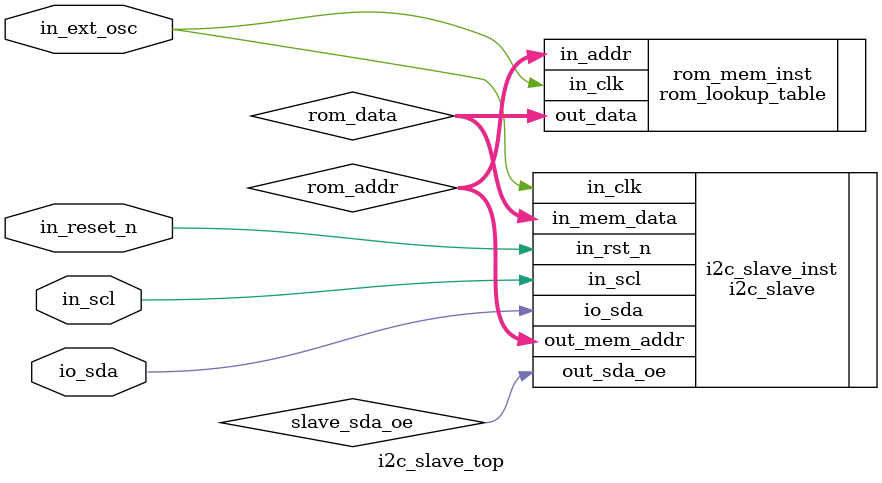
<source format=v>

`define ROM_MEMORY_ADDR_WIDTH 	   16
`define ROM_MEMORY_DATA_WIDTH 	   8
`define I2C_SLAVE_SDA_DELAY_CYCLES 3


module i2c_slave_top
  #(parameter TOP_ROM_MEM_ADDR_WIDTH = `ROM_MEMORY_ADDR_WIDTH,
    parameter TOP_ROM_MEM_DATA_WIDTH = `ROM_MEMORY_DATA_WIDTH,
    parameter TOP_SDA_SETUP_DELAY_CYCLES = `I2C_SLAVE_SDA_DELAY_CYCLES)
   (input in_ext_osc,
    input in_reset_n,
    input in_scl,
    inout io_sda);

	wire slave_sda_oe;
	wire [TOP_ROM_MEM_ADDR_WIDTH - 1 : 0] rom_addr;
	wire [TOP_ROM_MEM_DATA_WIDTH - 1 : 0] rom_data;

   i2c_slave #(.MEM_ADDR_WIDTH(TOP_ROM_MEM_ADDR_WIDTH),
               .MEM_DATA_WIDTH(TOP_ROM_MEM_DATA_WIDTH),
               .SDA_SETUP_DELAY_CYCLES(TOP_SDA_SETUP_DELAY_CYCLES))
        i2c_slave_inst (.in_clk(in_ext_osc),
                        .in_rst_n(in_reset_n),
                        .in_scl(in_scl),
                        .io_sda(io_sda),
                        .out_sda_oe(slave_sda_oe),
                        .out_mem_addr(rom_addr),
                        .in_mem_data(rom_data));


    rom_lookup_table #(.ROM_ADDR_WIDTH(TOP_ROM_MEM_ADDR_WIDTH),
                       .ROM_DATA_WIDTH(TOP_ROM_MEM_DATA_WIDTH)) 
		rom_mem_inst (.in_clk(in_ext_osc),
 				 	  .in_addr(rom_addr),
 				 	  .out_data(rom_data));

endmodule






</source>
